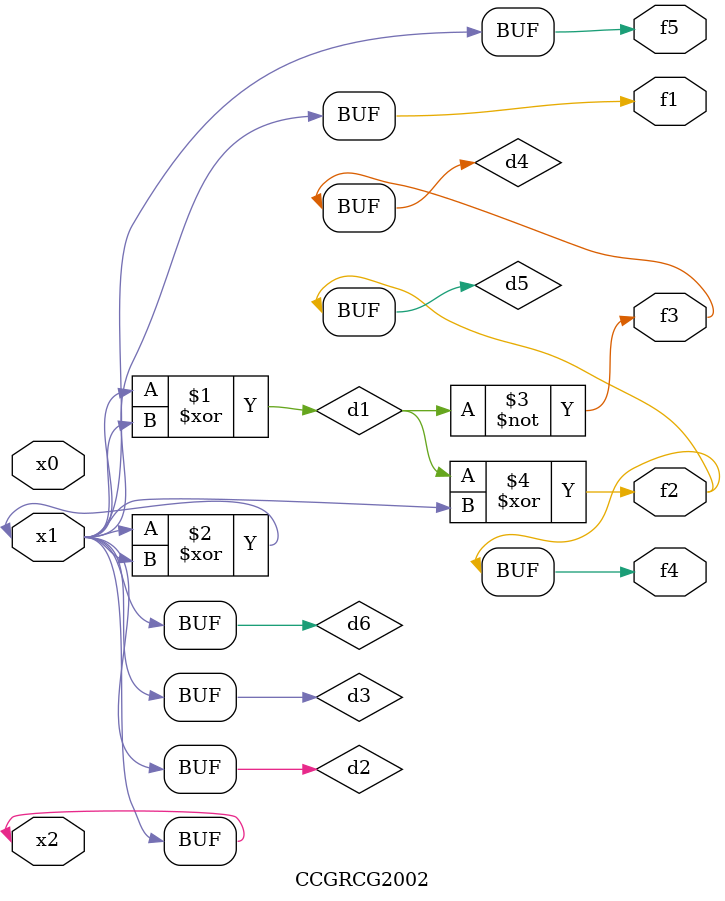
<source format=v>
module CCGRCG2002(
	input x0, x1, x2,
	output f1, f2, f3, f4, f5
);

	wire d1, d2, d3, d4, d5, d6;

	xor (d1, x1, x2);
	buf (d2, x1, x2);
	xor (d3, x1, x2);
	nor (d4, d1);
	xor (d5, d1, d2);
	buf (d6, d2, d3);
	assign f1 = d6;
	assign f2 = d5;
	assign f3 = d4;
	assign f4 = d5;
	assign f5 = d6;
endmodule

</source>
